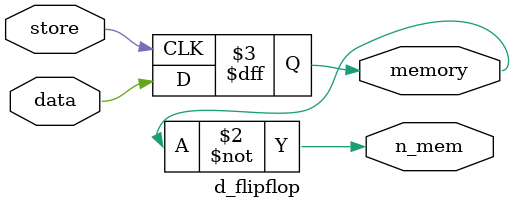
<source format=v>
module d_flipflop(
    input data,
    input store,
    output reg memory,
    output n_mem
);

    always @(posedge store)begin
        memory <= data;
        
    end
        
    assign n_mem = ~memory;

endmodule


</source>
